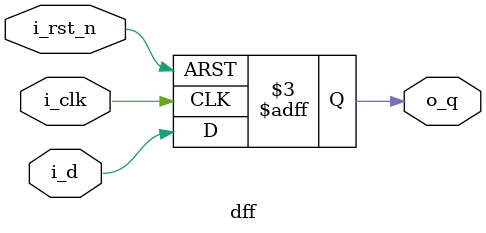
<source format=sv>
module dff (
  input      i_clk,
  input      i_rst_n,
  input      i_d,
  output reg o_q
);


  always@(posedge i_clk, negedge i_rst_n) begin
    if(!i_rst_n) begin
	  o_q <= 0;
	end
	else begin
	  o_q <= i_d;
	end
  end
    
endmodule
</source>
